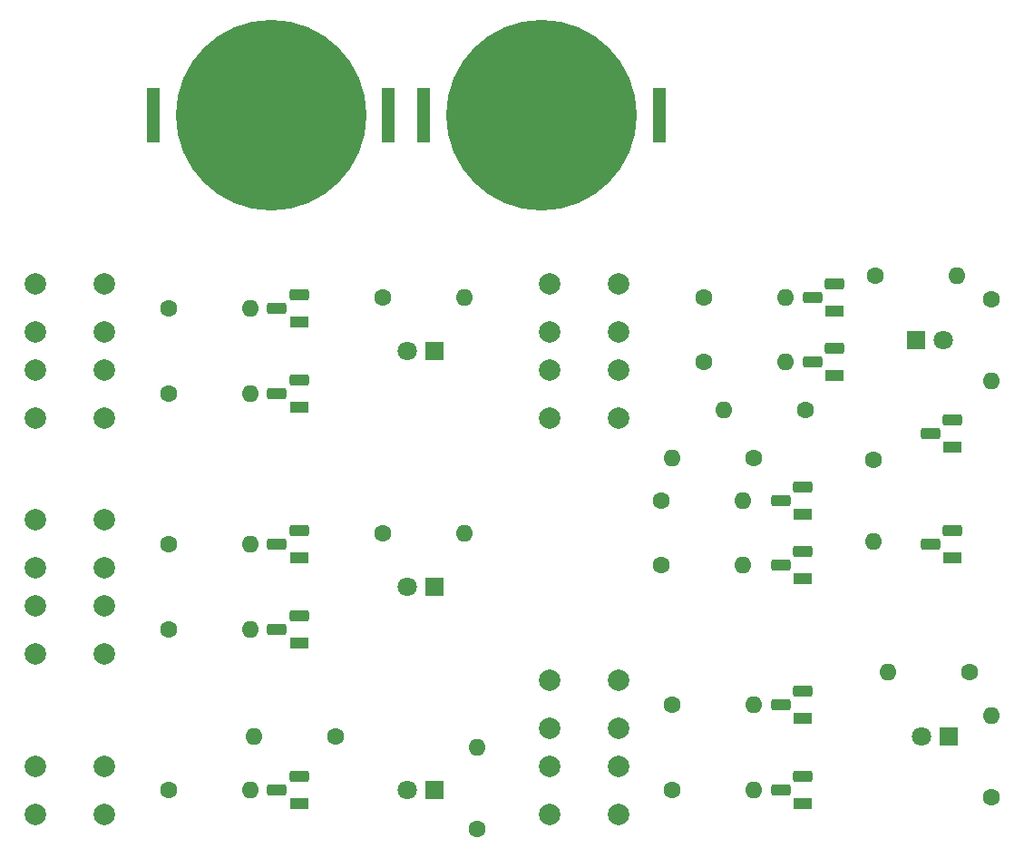
<source format=gbr>
%TF.GenerationSoftware,KiCad,Pcbnew,8.99.0-3415-g545c771fd6*%
%TF.CreationDate,2025-05-14T09:58:28+02:00*%
%TF.ProjectId,logic-solder,6c6f6769-632d-4736-9f6c-6465722e6b69,3*%
%TF.SameCoordinates,Original*%
%TF.FileFunction,Soldermask,Bot*%
%TF.FilePolarity,Negative*%
%FSLAX46Y46*%
G04 Gerber Fmt 4.6, Leading zero omitted, Abs format (unit mm)*
G04 Created by KiCad (PCBNEW 8.99.0-3415-g545c771fd6) date 2025-05-14 09:58:28*
%MOMM*%
%LPD*%
G01*
G04 APERTURE LIST*
G04 Aperture macros list*
%AMRoundRect*
0 Rectangle with rounded corners*
0 $1 Rounding radius*
0 $2 $3 $4 $5 $6 $7 $8 $9 X,Y pos of 4 corners*
0 Add a 4 corners polygon primitive as box body*
4,1,4,$2,$3,$4,$5,$6,$7,$8,$9,$2,$3,0*
0 Add four circle primitives for the rounded corners*
1,1,$1+$1,$2,$3*
1,1,$1+$1,$4,$5*
1,1,$1+$1,$6,$7*
1,1,$1+$1,$8,$9*
0 Add four rect primitives between the rounded corners*
20,1,$1+$1,$2,$3,$4,$5,0*
20,1,$1+$1,$4,$5,$6,$7,0*
20,1,$1+$1,$6,$7,$8,$9,0*
20,1,$1+$1,$8,$9,$2,$3,0*%
G04 Aperture macros list end*
%ADD10C,1.600000*%
%ADD11O,1.600000X1.600000*%
%ADD12R,1.800000X1.800000*%
%ADD13C,1.800000*%
%ADD14R,1.800000X1.100000*%
%ADD15RoundRect,0.275000X0.625000X-0.275000X0.625000X0.275000X-0.625000X0.275000X-0.625000X-0.275000X0*%
%ADD16C,2.000000*%
%ADD17R,1.270000X5.080000*%
%ADD18C,17.800000*%
G04 APERTURE END LIST*
D10*
%TO.C,R20*%
X199000000Y-105620000D03*
D11*
X199000000Y-98000000D03*
%TD*%
D12*
%TO.C,D3*%
X195000000Y-83000000D03*
D13*
X192460000Y-83000000D03*
%TD*%
D14*
%TO.C,Q3*%
X232400000Y-57270000D03*
D15*
X230330000Y-56000000D03*
X232400000Y-54730000D03*
%TD*%
D12*
%TO.C,D2*%
X240000000Y-60000000D03*
D13*
X242540000Y-60000000D03*
%TD*%
D10*
%TO.C,R10*%
X224810000Y-71000000D03*
D11*
X217190000Y-71000000D03*
%TD*%
D16*
%TO.C,SW7*%
X212250000Y-96250000D03*
X205750000Y-96250000D03*
X212250000Y-91750000D03*
X205750000Y-91750000D03*
%TD*%
D12*
%TO.C,D5*%
X195000000Y-102000000D03*
D13*
X192460000Y-102000000D03*
%TD*%
D14*
%TO.C,Q6*%
X182400000Y-80270000D03*
D15*
X180330000Y-79000000D03*
X182400000Y-77730000D03*
%TD*%
D14*
%TO.C,Q5*%
X243400000Y-70000000D03*
D15*
X241330000Y-68730000D03*
X243400000Y-67460000D03*
%TD*%
D10*
%TO.C,R13*%
X216190000Y-75000000D03*
D11*
X223810000Y-75000000D03*
%TD*%
D10*
%TO.C,R14*%
X216190000Y-81000000D03*
D11*
X223810000Y-81000000D03*
%TD*%
D16*
%TO.C,SW6*%
X164250000Y-89250000D03*
X157750000Y-89250000D03*
X164250000Y-84750000D03*
X157750000Y-84750000D03*
%TD*%
D12*
%TO.C,D4*%
X243000000Y-97000000D03*
D13*
X240460000Y-97000000D03*
%TD*%
D14*
%TO.C,Q13*%
X229400000Y-103270000D03*
D15*
X227330000Y-102000000D03*
X229400000Y-100730000D03*
%TD*%
D10*
%TO.C,R8*%
X170190000Y-79000000D03*
D11*
X177810000Y-79000000D03*
%TD*%
D10*
%TO.C,R19*%
X247000000Y-102620000D03*
D11*
X247000000Y-95000000D03*
%TD*%
D16*
%TO.C,SW9*%
X212250000Y-104250000D03*
X205750000Y-104250000D03*
X212250000Y-99750000D03*
X205750000Y-99750000D03*
%TD*%
D10*
%TO.C,R15*%
X245000000Y-91000000D03*
D11*
X237380000Y-91000000D03*
%TD*%
D16*
%TO.C,SW5*%
X164250000Y-81250000D03*
X157750000Y-81250000D03*
X164250000Y-76750000D03*
X157750000Y-76750000D03*
%TD*%
%TO.C,SW2*%
X164250000Y-67250000D03*
X157750000Y-67250000D03*
X164250000Y-62750000D03*
X157750000Y-62750000D03*
%TD*%
D14*
%TO.C,Q4*%
X232400000Y-63270000D03*
D15*
X230330000Y-62000000D03*
X232400000Y-60730000D03*
%TD*%
D10*
%TO.C,R6*%
X247000000Y-56190000D03*
D11*
X247000000Y-63810000D03*
%TD*%
D10*
%TO.C,R4*%
X236190000Y-54000000D03*
D11*
X243810000Y-54000000D03*
%TD*%
D10*
%TO.C,R21*%
X217190000Y-102000000D03*
D11*
X224810000Y-102000000D03*
%TD*%
D10*
%TO.C,R22*%
X229620000Y-66500000D03*
D11*
X222000000Y-66500000D03*
%TD*%
D14*
%TO.C,Q10*%
X229400000Y-82270000D03*
D15*
X227330000Y-81000000D03*
X229400000Y-79730000D03*
%TD*%
D14*
%TO.C,Q7*%
X182400000Y-88270000D03*
D15*
X180330000Y-87000000D03*
X182400000Y-85730000D03*
%TD*%
D14*
%TO.C,Q8*%
X243400000Y-80270000D03*
D15*
X241330000Y-79000000D03*
X243400000Y-77730000D03*
%TD*%
D10*
%TO.C,R18*%
X170190000Y-102000000D03*
D11*
X177810000Y-102000000D03*
%TD*%
D10*
%TO.C,R9*%
X190190000Y-78000000D03*
D11*
X197810000Y-78000000D03*
%TD*%
D10*
%TO.C,R17*%
X217190000Y-94000000D03*
D11*
X224810000Y-94000000D03*
%TD*%
D14*
%TO.C,Q11*%
X229400000Y-95270000D03*
D15*
X227330000Y-94000000D03*
X229400000Y-92730000D03*
%TD*%
D14*
%TO.C,Q9*%
X229400000Y-76270000D03*
D15*
X227330000Y-75000000D03*
X229400000Y-73730000D03*
%TD*%
D14*
%TO.C,Q12*%
X182400000Y-103270000D03*
D15*
X180330000Y-102000000D03*
X182400000Y-100730000D03*
%TD*%
D10*
%TO.C,R7*%
X220190000Y-62000000D03*
D11*
X227810000Y-62000000D03*
%TD*%
D10*
%TO.C,R12*%
X236000000Y-71190000D03*
D11*
X236000000Y-78810000D03*
%TD*%
D10*
%TO.C,R5*%
X220190000Y-56000000D03*
D11*
X227810000Y-56000000D03*
%TD*%
D16*
%TO.C,SW3*%
X212250000Y-59250000D03*
X205750000Y-59250000D03*
X212250000Y-54750000D03*
X205750000Y-54750000D03*
%TD*%
%TO.C,SW1*%
X164250000Y-59250000D03*
X157750000Y-59250000D03*
X164250000Y-54750000D03*
X157750000Y-54750000D03*
%TD*%
D10*
%TO.C,R11*%
X170190000Y-87000000D03*
D11*
X177810000Y-87000000D03*
%TD*%
D10*
%TO.C,R16*%
X185810000Y-97000000D03*
D11*
X178190000Y-97000000D03*
%TD*%
D16*
%TO.C,SW8*%
X164250000Y-104250000D03*
X157750000Y-104250000D03*
X164250000Y-99750000D03*
X157750000Y-99750000D03*
%TD*%
%TO.C,SW4*%
X212250000Y-67250000D03*
X205750000Y-67250000D03*
X212250000Y-62750000D03*
X205750000Y-62750000D03*
%TD*%
D17*
%TO.C,BT1*%
X194015000Y-39000000D03*
X215985000Y-39000000D03*
D18*
X205000000Y-39000000D03*
%TD*%
D17*
%TO.C,BT2*%
X168765000Y-39000001D03*
X190735000Y-39000001D03*
D18*
X179750000Y-39000001D03*
%TD*%
D12*
%TO.C,D1*%
X195000000Y-61000000D03*
D13*
X192460000Y-61000000D03*
%TD*%
D10*
%TO.C,R1*%
X170190000Y-57000000D03*
D11*
X177810000Y-57000000D03*
%TD*%
D10*
%TO.C,R3*%
X170190000Y-65000000D03*
D11*
X177810000Y-65000000D03*
%TD*%
D14*
%TO.C,Q2*%
X182400000Y-66270000D03*
D15*
X180330000Y-65000000D03*
X182400000Y-63730000D03*
%TD*%
D10*
%TO.C,R2*%
X190190000Y-56000000D03*
D11*
X197810000Y-56000000D03*
%TD*%
D14*
%TO.C,Q1*%
X182400000Y-58270000D03*
D15*
X180330000Y-57000000D03*
X182400000Y-55730000D03*
%TD*%
M02*

</source>
